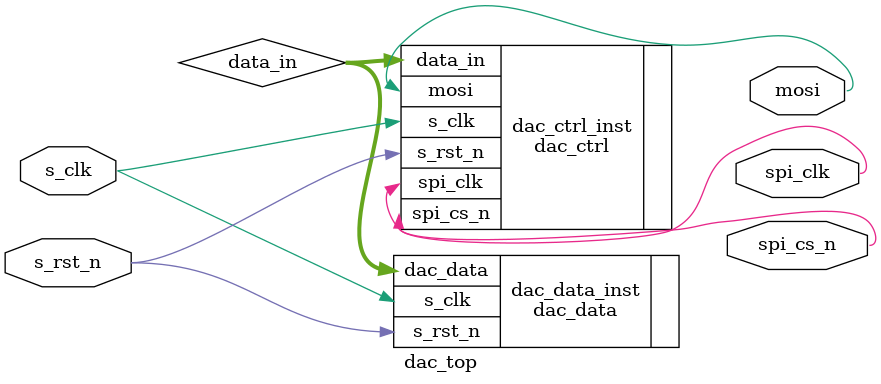
<source format=v>
module dac_top(
//system signal
input                   s_clk           ,
input                   s_rst_n         ,
//module signal
output                  spi_clk         ,
output                  spi_cs_n        ,
output                  mosi            

);

/******************************************************************
* *************************define parameter ***********************
* ****************************************************************/
wire[ 9:0]              data_in         ;



 dac_data dac_data_inst(
.s_clk                           (s_clk       ),
.s_rst_n                         (s_rst_n     ),
.dac_data                        (data_in     )

);

dac_ctrl dac_ctrl_inst(
.s_clk                           (s_clk       ),//50MHZ    
.s_rst_n                         (s_rst_n     ),
.data_in                         (data_in     ),
.spi_clk                         (spi_clk     ),//12.5MHZ  
.mosi                            (mosi        ),
.spi_cs_n                        (spi_cs_n    )

);

endmodule


</source>
